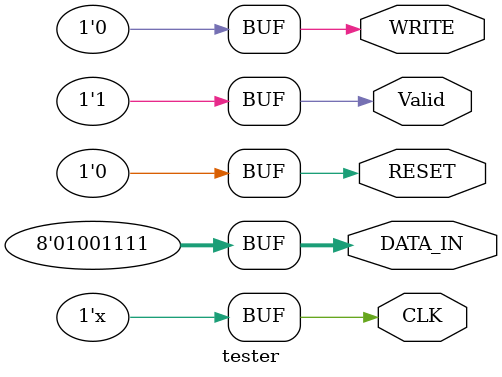
<source format=v>

module tester
	(
	output reg [7:0] DATA_IN,
	output reg 	    CLK,
	output reg 	    RESET,
	output reg		WRITE,
	output reg		Valid
   );

   initial
     begin
	CLK = 1;
	Valid = 0;
	RESET = 0;
	WRITE = 0;
	#3 RESET = 1;
	#9 RESET = 0;
		DATA_IN = 8'hFF;
	#4 WRITE = 1;
		Valid = 1;
		DATA_IN = 8'hAA;
	#2 DATA_IN = 8'hBB;
	#2 DATA_IN = 8'hCC;
	#2 DATA_IN = 8'hDD;
	#2 DATA_IN = 8'hEE;
	#8 WRITE = 0;
	DATA_IN = 8'b10100110;
	#2 DATA_IN = 8'b00111001;
	#2 DATA_IN = 8'b10101000;
	#2 DATA_IN = 8'b11111001;
	#16 DATA_IN = 8'b01001111;
     end

   always
     begin
	#1 CLK = ~CLK;
     end

endmodule

</source>
